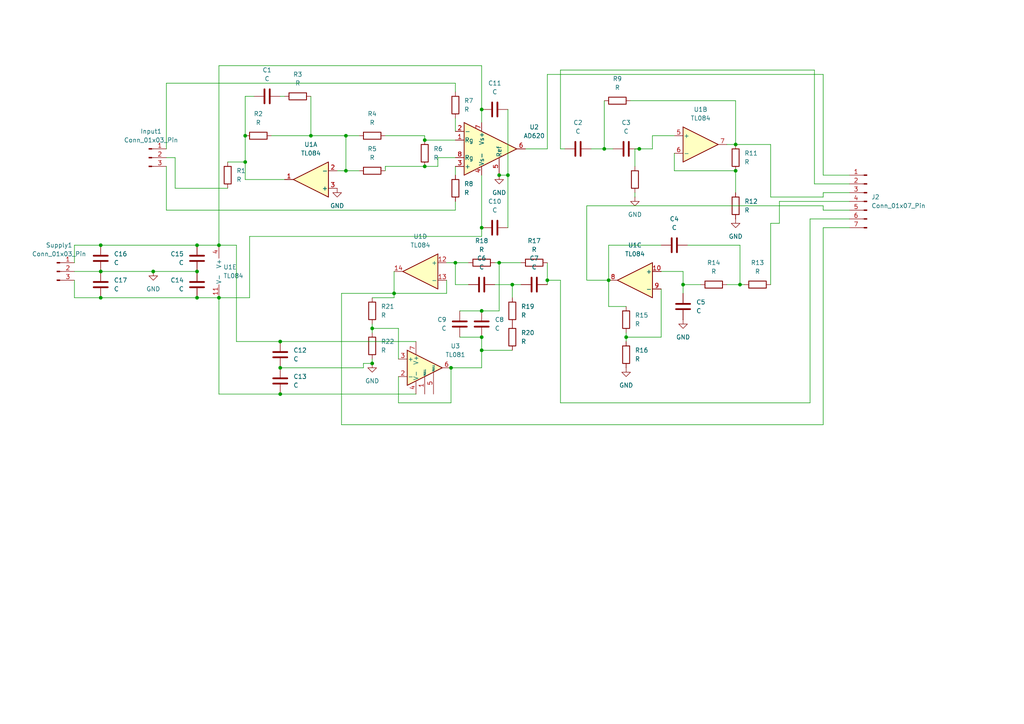
<source format=kicad_sch>
(kicad_sch (version 20250114) (generator "eeschema") (generator_version "9.0")
  (paper "A4")
  (lib_symbols
    (symbol "Amplifier_Instrumentation:AD620" (pin_names (offset 0.127))
      (property "Reference" "U" (at 3.81 7.62 0))
      (property "Value" "AD620" (at 5.08 5.08 0))
      (symbol "AD620_0_1"
        (polyline (pts (xy -7.62 7.62) (xy -7.62 -7.62) (xy 7.62 0) (xy -7.62 7.62)) (stroke (width 0.254)) (fill (type background)))
      )
      (symbol "AD620_1_1"
        (pin input line (at -10.16 5.08 0) (length 2.54) (name "-") (number "2"))
        (pin passive line (at -10.16 2.54 0) (length 2.54) (name "Rg") (number "1"))
        (pin passive line (at -10.16 -2.54 0) (length 2.54) (name "Rg") (number "8"))
        (pin input line (at -10.16 -5.08 0) (length 2.54) (name "+") (number "3"))
        (pin power_in line (at -2.54 7.62 270) (length 2.54) (name "Vs+") (number "7"))
        (pin power_in line (at -2.54 -7.62 90) (length 2.54) (name "Vs-") (number "4"))
        (pin passive line (at 2.54 -7.62 90) (length 5.08) (name "Ref") (number "5"))
        (pin output line (at 10.16 0 180) (length 2.54) (name "~") (number "6"))
      )
    )
    (symbol "Amplifier_Operational:TL081" (pin_names (offset 0.127))
      (property "Reference" "U" (at 0 6.35 0))
      (property "Value" "TL081" (at 0 3.81 0))
      (symbol "TL081_0_1"
        (polyline (pts (xy -5.08 5.08) (xy 5.08 0) (xy -5.08 -5.08) (xy -5.08 5.08)) (stroke (width 0.254)) (fill (type background)))
      )
      (symbol "TL081_1_1"
        (pin input line (at -7.62 2.54 0) (length 2.54) (name "+") (number "3"))
        (pin input line (at -7.62 -2.54 0) (length 2.54) (name "-") (number "2"))
        (pin power_in line (at -2.54 7.62 270) (length 3.81) (name "V+") (number "7"))
        (pin power_in line (at -2.54 -7.62 90) (length 3.81) (name "V-") (number "4"))
        (pin no_connect line (at 0 2.54 270) (length 2.54) (hide yes) (name "NC") (number "8"))
        (pin input line (at 0 -7.62 90) (length 5.08) (name "NULL") (number "1"))
        (pin input line (at 2.54 -7.62 90) (length 6.35) (name "NULL") (number "5"))
        (pin output line (at 7.62 0 180) (length 2.54) (name "~") (number "6"))
      )
    )
    (symbol "Amplifier_Operational:TL084" (pin_names (offset 0.127))
      (property "Reference" "U" (at 0 5.08 0))
      (property "Value" "TL084" (at 0 -5.08 0))
      (symbol "TL084_1_1"
        (polyline (pts (xy -5.08 5.08) (xy 5.08 0) (xy -5.08 -5.08) (xy -5.08 5.08)) (stroke (width 0.254)) (fill (type background)))
        (pin input line (at -7.62 2.54 0) (length 2.54) (name "+") (number "3"))
        (pin input line (at -7.62 -2.54 0) (length 2.54) (name "-") (number "2"))
        (pin output line (at 7.62 0 180) (length 2.54) (name "~") (number "1"))
      )
      (symbol "TL084_2_1"
        (polyline (pts (xy -5.08 5.08) (xy 5.08 0) (xy -5.08 -5.08) (xy -5.08 5.08)) (stroke (width 0.254)) (fill (type background)))
        (pin input line (at -7.62 2.54 0) (length 2.54) (name "+") (number "5"))
        (pin input line (at -7.62 -2.54 0) (length 2.54) (name "-") (number "6"))
        (pin output line (at 7.62 0 180) (length 2.54) (name "~") (number "7"))
      )
      (symbol "TL084_3_1"
        (polyline (pts (xy -5.08 5.08) (xy 5.08 0) (xy -5.08 -5.08) (xy -5.08 5.08)) (stroke (width 0.254)) (fill (type background)))
        (pin input line (at -7.62 2.54 0) (length 2.54) (name "+") (number "10"))
        (pin input line (at -7.62 -2.54 0) (length 2.54) (name "-") (number "9"))
        (pin output line (at 7.62 0 180) (length 2.54) (name "~") (number "8"))
      )
      (symbol "TL084_4_1"
        (polyline (pts (xy -5.08 5.08) (xy 5.08 0) (xy -5.08 -5.08) (xy -5.08 5.08)) (stroke (width 0.254)) (fill (type background)))
        (pin input line (at -7.62 2.54 0) (length 2.54) (name "+") (number "12"))
        (pin input line (at -7.62 -2.54 0) (length 2.54) (name "-") (number "13"))
        (pin output line (at 7.62 0 180) (length 2.54) (name "~") (number "14"))
      )
      (symbol "TL084_5_1"
        (pin power_in line (at -2.54 7.62 270) (length 3.81) (name "V+") (number "4"))
        (pin power_in line (at -2.54 -7.62 90) (length 3.81) (name "V-") (number "11"))
      )
    )
    (symbol "Connector:Conn_01x03_Pin" (pin_names (offset 1.016) (hide yes))
      (property "Reference" "J" (at 0 5.08 0))
      (property "Value" "Conn_01x03_Pin" (at 0 -5.08 0))
      (symbol "Conn_01x03_Pin_1_1"
        (rectangle (start 0.8636 2.667) (end 0 2.413) (stroke (width 0.1524)) (fill (type outline)))
        (rectangle (start 0.8636 0.127) (end 0 -0.127) (stroke (width 0.1524)) (fill (type outline)))
        (rectangle (start 0.8636 -2.413) (end 0 -2.667) (stroke (width 0.1524)) (fill (type outline)))
        (polyline (pts (xy 1.27 2.54) (xy 0.8636 2.54)) (stroke (width 0.1524)))
        (polyline (pts (xy 1.27 0) (xy 0.8636 0)) (stroke (width 0.1524)))
        (polyline (pts (xy 1.27 -2.54) (xy 0.8636 -2.54)) (stroke (width 0.1524)))
        (pin passive line (at 5.08 2.54 180) (length 3.81) (name "Pin_1") (number "1"))
        (pin passive line (at 5.08 0 180) (length 3.81) (name "Pin_2") (number "2"))
        (pin passive line (at 5.08 -2.54 180) (length 3.81) (name "Pin_3") (number "3"))
      )
    )
    (symbol "Connector:Conn_01x07_Pin" (pin_names (offset 1.016) (hide yes))
      (property "Reference" "J" (at 0 10.16 0))
      (property "Value" "Conn_01x07_Pin" (at 0 -10.16 0))
      (symbol "Conn_01x07_Pin_1_1"
        (rectangle (start 0.8636 7.747) (end 0 7.493) (stroke (width 0.1524)) (fill (type outline)))
        (rectangle (start 0.8636 5.207) (end 0 4.953) (stroke (width 0.1524)) (fill (type outline)))
        (rectangle (start 0.8636 2.667) (end 0 2.413) (stroke (width 0.1524)) (fill (type outline)))
        (rectangle (start 0.8636 0.127) (end 0 -0.127) (stroke (width 0.1524)) (fill (type outline)))
        (rectangle (start 0.8636 -2.413) (end 0 -2.667) (stroke (width 0.1524)) (fill (type outline)))
        (rectangle (start 0.8636 -4.953) (end 0 -5.207) (stroke (width 0.1524)) (fill (type outline)))
        (rectangle (start 0.8636 -7.493) (end 0 -7.747) (stroke (width 0.1524)) (fill (type outline)))
        (polyline (pts (xy 1.27 7.62) (xy 0.8636 7.62)) (stroke (width 0.1524)))
        (polyline (pts (xy 1.27 5.08) (xy 0.8636 5.08)) (stroke (width 0.1524)))
        (polyline (pts (xy 1.27 2.54) (xy 0.8636 2.54)) (stroke (width 0.1524)))
        (polyline (pts (xy 1.27 0) (xy 0.8636 0)) (stroke (width 0.1524)))
        (polyline (pts (xy 1.27 -2.54) (xy 0.8636 -2.54)) (stroke (width 0.1524)))
        (polyline (pts (xy 1.27 -5.08) (xy 0.8636 -5.08)) (stroke (width 0.1524)))
        (polyline (pts (xy 1.27 -7.62) (xy 0.8636 -7.62)) (stroke (width 0.1524)))
        (pin passive line (at 5.08 7.62 180) (length 3.81) (name "Pin_1") (number "1"))
        (pin passive line (at 5.08 5.08 180) (length 3.81) (name "Pin_2") (number "2"))
        (pin passive line (at 5.08 2.54 180) (length 3.81) (name "Pin_3") (number "3"))
        (pin passive line (at 5.08 0 180) (length 3.81) (name "Pin_4") (number "4"))
        (pin passive line (at 5.08 -2.54 180) (length 3.81) (name "Pin_5") (number "5"))
        (pin passive line (at 5.08 -5.08 180) (length 3.81) (name "Pin_6") (number "6"))
        (pin passive line (at 5.08 -7.62 180) (length 3.81) (name "Pin_7") (number "7"))
      )
    )
    (symbol "Device:C" (pin_numbers (hide yes)) (pin_names (offset 0.254))
      (property "Reference" "C" (at 0.635 2.54 0))
      (property "Value" "C" (at 0.635 -2.54 0))
      (symbol "C_0_1"
        (polyline (pts (xy -2.032 0.762) (xy 2.032 0.762)) (stroke (width 0.508)))
        (polyline (pts (xy -2.032 -0.762) (xy 2.032 -0.762)) (stroke (width 0.508)))
      )
      (symbol "C_1_1"
        (pin passive line (at 0 3.81 270) (length 2.794) (name "~") (number "1"))
        (pin passive line (at 0 -3.81 90) (length 2.794) (name "~") (number "2"))
      )
    )
    (symbol "Device:R" (pin_numbers (hide yes)) (pin_names (offset 0))
      (property "Reference" "R" (at 2.032 0 90))
      (property "Value" "R" (at 0 0 90))
      (symbol "R_0_1"
        (rectangle (start -1.016 -2.54) (end 1.016 2.54) (stroke (width 0.254)))
      )
      (symbol "R_1_1"
        (pin passive line (at 0 3.81 270) (length 1.27) (name "~") (number "1"))
        (pin passive line (at 0 -3.81 90) (length 1.27) (name "~") (number "2"))
      )
    )
    (symbol "power:GND" (power) (pin_numbers (hide yes)) (pin_names (offset 0) (hide yes))
      (property "Value" "GND" (at 0 -3.81 0))
      (symbol "GND_0_1"
        (polyline (pts (xy 0 0) (xy 0 -1.27) (xy 1.27 -1.27) (xy 0 -2.54) (xy -1.27 -1.27) (xy 0 -1.27)))
      )
      (symbol "GND_1_1"
        (pin power_in line (at 0 0 270) (length 0) (name "~") (number "1"))
      )
    )
  )
  (junction (at 144.78 76.2))
  (junction (at 213.36 49.53))
  (junction (at 44.45 78.74))
  (junction (at 123.19 48.26))
  (junction (at 81.28 114.3))
  (junction (at 100.33 39.37))
  (junction (at 29.21 78.74))
  (junction (at 176.53 81.28))
  (junction (at 130.81 106.68))
  (junction (at 175.26 43.18))
  (junction (at 148.59 82.55))
  (junction (at 71.12 39.37))
  (junction (at 63.5 71.12))
  (junction (at 71.12 46.99))
  (junction (at 181.61 97.79))
  (junction (at 29.21 86.36))
  (junction (at 147.32 50.8))
  (junction (at 132.08 76.2))
  (junction (at 139.7 90.17))
  (junction (at 139.7 66.04))
  (junction (at 57.15 78.74))
  (junction (at 139.7 97.79))
  (junction (at 139.7 31.75))
  (junction (at 114.3 85.09))
  (junction (at 81.28 106.68))
  (junction (at 144.78 50.8))
  (junction (at 107.95 105.41))
  (junction (at 158.75 81.28))
  (junction (at 81.28 99.06))
  (junction (at 185.42 43.18))
  (junction (at 107.95 95.25))
  (junction (at 57.15 71.12))
  (junction (at 63.5 86.36))
  (junction (at 29.21 71.12))
  (junction (at 139.7 101.6))
  (junction (at 214.63 82.55))
  (junction (at 100.33 49.53))
  (junction (at 90.17 39.37))
  (junction (at 198.12 82.55))
  (junction (at 123.19 40.64))
  (junction (at 57.15 86.36))
  (junction (at 213.36 41.91))
  (wire (pts (xy 191.77 78.74) (xy 198.12 78.74)))
  (wire (pts (xy 223.52 57.15) (xy 238.76 57.15)))
  (wire (pts (xy 81.28 99.06) (xy 68.58 99.06)))
  (wire (pts (xy 139.7 68.58) (xy 72.39 68.58)))
  (wire (pts (xy 158.75 81.28) (xy 162.56 81.28)))
  (wire (pts (xy 100.33 39.37) (xy 90.17 39.37)))
  (wire (pts (xy 147.32 50.8) (xy 147.32 66.04)))
  (wire (pts (xy 132.08 34.29) (xy 132.08 38.1)))
  (wire (pts (xy 29.21 78.74) (xy 44.45 78.74)))
  (wire (pts (xy 139.7 97.79) (xy 139.7 101.6)))
  (wire (pts (xy 78.74 39.37) (xy 90.17 39.37)))
  (wire (pts (xy 107.95 104.14) (xy 107.95 105.41)))
  (wire (pts (xy 234.95 116.84) (xy 234.95 63.5)))
  (wire (pts (xy 223.52 41.91) (xy 223.52 57.15)))
  (wire (pts (xy 223.52 64.77) (xy 223.52 82.55)))
  (wire (pts (xy 213.36 49.53) (xy 213.36 55.88)))
  (wire (pts (xy 50.8 54.61) (xy 50.8 45.72)))
  (wire (pts (xy 63.5 114.3) (xy 63.5 86.36)))
  (wire (pts (xy 105.41 106.68) (xy 105.41 105.41)))
  (wire (pts (xy 107.95 95.25) (xy 107.95 96.52)))
  (wire (pts (xy 185.42 43.18) (xy 189.23 43.18)))
  (wire (pts (xy 189.23 39.37) (xy 189.23 43.18)))
  (wire (pts (xy 214.63 82.55) (xy 214.63 71.12)))
  (wire (pts (xy 144.78 76.2) (xy 144.78 90.17)))
  (wire (pts (xy 68.58 99.06) (xy 68.58 71.12)))
  (wire (pts (xy 132.08 45.72) (xy 127 45.72)))
  (wire (pts (xy 111.76 39.37) (xy 123.19 39.37)))
  (wire (pts (xy 198.12 82.55) (xy 198.12 78.74)))
  (wire (pts (xy 72.39 86.36) (xy 63.5 86.36)))
  (wire (pts (xy 63.5 19.05) (xy 63.5 71.12)))
  (wire (pts (xy 143.51 76.2) (xy 144.78 76.2)))
  (wire (pts (xy 139.7 106.68) (xy 130.81 106.68)))
  (wire (pts (xy 175.26 43.18) (xy 177.8 43.18)))
  (wire (pts (xy 82.55 52.07) (xy 71.12 52.07)))
  (wire (pts (xy 143.51 82.55) (xy 148.59 82.55)))
  (wire (pts (xy 181.61 97.79) (xy 181.61 99.06)))
  (wire (pts (xy 81.28 106.68) (xy 105.41 106.68)))
  (wire (pts (xy 21.59 71.12) (xy 29.21 71.12)))
  (wire (pts (xy 111.76 48.26) (xy 111.76 49.53)))
  (wire (pts (xy 213.36 29.21) (xy 213.36 41.91)))
  (wire (pts (xy 144.78 90.17) (xy 139.7 90.17)))
  (wire (pts (xy 120.65 99.06) (xy 81.28 99.06)))
  (wire (pts (xy 100.33 39.37) (xy 100.33 49.53)))
  (wire (pts (xy 57.15 86.36) (xy 63.5 86.36)))
  (wire (pts (xy 81.28 114.3) (xy 63.5 114.3)))
  (wire (pts (xy 162.56 116.84) (xy 234.95 116.84)))
  (wire (pts (xy 107.95 95.25) (xy 115.57 95.25)))
  (wire (pts (xy 213.36 41.91) (xy 223.52 41.91)))
  (wire (pts (xy 120.65 114.3) (xy 81.28 114.3)))
  (wire (pts (xy 127 48.26) (xy 123.19 48.26)))
  (wire (pts (xy 238.76 123.19) (xy 99.06 123.19)))
  (wire (pts (xy 100.33 49.53) (xy 104.14 49.53)))
  (wire (pts (xy 198.12 82.55) (xy 198.12 85.09)))
  (wire (pts (xy 129.54 85.09) (xy 114.3 85.09)))
  (wire (pts (xy 184.15 48.26) (xy 184.15 43.18)))
  (wire (pts (xy 191.77 97.79) (xy 191.77 83.82)))
  (wire (pts (xy 99.06 85.09) (xy 114.3 85.09)))
  (wire (pts (xy 184.15 55.88) (xy 184.15 57.15)))
  (wire (pts (xy 57.15 71.12) (xy 63.5 71.12)))
  (wire (pts (xy 158.75 81.28) (xy 158.75 76.2)))
  (wire (pts (xy 139.7 31.75) (xy 139.7 19.05)))
  (wire (pts (xy 48.26 24.13) (xy 132.08 24.13)))
  (wire (pts (xy 182.88 29.21) (xy 213.36 29.21)))
  (wire (pts (xy 48.26 48.26) (xy 48.26 60.96)))
  (wire (pts (xy 181.61 96.52) (xy 181.61 97.79)))
  (wire (pts (xy 171.45 43.18) (xy 175.26 43.18)))
  (wire (pts (xy 66.04 54.61) (xy 50.8 54.61)))
  (wire (pts (xy 162.56 43.18) (xy 163.83 43.18)))
  (wire (pts (xy 148.59 82.55) (xy 148.59 86.36)))
  (wire (pts (xy 123.19 48.26) (xy 111.76 48.26)))
  (wire (pts (xy 123.19 40.64) (xy 132.08 40.64)))
  (wire (pts (xy 107.95 86.36) (xy 114.3 86.36)))
  (wire (pts (xy 203.2 82.55) (xy 198.12 82.55)))
  (wire (pts (xy 246.38 66.04) (xy 238.76 66.04)))
  (wire (pts (xy 21.59 78.74) (xy 29.21 78.74)))
  (wire (pts (xy 195.58 49.53) (xy 213.36 49.53)))
  (wire (pts (xy 57.15 78.74) (xy 44.45 78.74)))
  (wire (pts (xy 184.15 43.18) (xy 185.42 43.18)))
  (wire (pts (xy 191.77 71.12) (xy 176.53 71.12)))
  (wire (pts (xy 226.06 58.42) (xy 226.06 64.77)))
  (wire (pts (xy 176.53 81.28) (xy 170.18 81.28)))
  (wire (pts (xy 133.35 97.79) (xy 139.7 97.79)))
  (wire (pts (xy 210.82 82.55) (xy 214.63 82.55)))
  (wire (pts (xy 139.7 35.56) (xy 139.7 31.75)))
  (wire (pts (xy 71.12 39.37) (xy 71.12 46.99)))
  (wire (pts (xy 21.59 81.28) (xy 21.59 86.36)))
  (wire (pts (xy 238.76 60.96) (xy 238.76 59.69)))
  (wire (pts (xy 210.82 41.91) (xy 213.36 41.91)))
  (wire (pts (xy 132.08 82.55) (xy 132.08 76.2)))
  (wire (pts (xy 195.58 39.37) (xy 189.23 39.37)))
  (wire (pts (xy 97.79 49.53) (xy 100.33 49.53)))
  (wire (pts (xy 214.63 71.12) (xy 199.39 71.12)))
  (wire (pts (xy 72.39 68.58) (xy 72.39 86.36)))
  (wire (pts (xy 236.22 53.34) (xy 246.38 53.34)))
  (wire (pts (xy 223.52 64.77) (xy 226.06 64.77)))
  (wire (pts (xy 152.4 43.18) (xy 158.75 43.18)))
  (wire (pts (xy 238.76 59.69) (xy 170.18 59.69)))
  (wire (pts (xy 238.76 50.8) (xy 246.38 50.8)))
  (wire (pts (xy 139.7 101.6) (xy 139.7 106.68)))
  (wire (pts (xy 114.3 86.36) (xy 114.3 85.09)))
  (wire (pts (xy 114.3 85.09) (xy 114.3 78.74)))
  (wire (pts (xy 132.08 48.26) (xy 132.08 50.8)))
  (wire (pts (xy 234.95 63.5) (xy 246.38 63.5)))
  (wire (pts (xy 132.08 76.2) (xy 135.89 76.2)))
  (wire (pts (xy 115.57 95.25) (xy 115.57 104.14)))
  (wire (pts (xy 147.32 50.8) (xy 144.78 50.8)))
  (wire (pts (xy 21.59 76.2) (xy 21.59 71.12)))
  (wire (pts (xy 71.12 27.94) (xy 71.12 39.37)))
  (wire (pts (xy 139.7 19.05) (xy 63.5 19.05)))
  (wire (pts (xy 238.76 66.04) (xy 238.76 123.19)))
  (wire (pts (xy 148.59 82.55) (xy 151.13 82.55)))
  (wire (pts (xy 139.7 101.6) (xy 148.59 101.6)))
  (wire (pts (xy 181.61 88.9) (xy 176.53 88.9)))
  (wire (pts (xy 246.38 58.42) (xy 226.06 58.42)))
  (wire (pts (xy 127 45.72) (xy 127 48.26)))
  (wire (pts (xy 162.56 81.28) (xy 162.56 116.84)))
  (wire (pts (xy 144.78 76.2) (xy 151.13 76.2)))
  (wire (pts (xy 162.56 20.32) (xy 236.22 20.32)))
  (wire (pts (xy 132.08 58.42) (xy 132.08 60.96)))
  (wire (pts (xy 71.12 52.07) (xy 71.12 46.99)))
  (wire (pts (xy 195.58 44.45) (xy 195.58 49.53)))
  (wire (pts (xy 214.63 82.55) (xy 215.9 82.55)))
  (wire (pts (xy 48.26 45.72) (xy 50.8 45.72)))
  (wire (pts (xy 29.21 86.36) (xy 57.15 86.36)))
  (wire (pts (xy 238.76 55.88) (xy 238.76 57.15)))
  (wire (pts (xy 129.54 76.2) (xy 132.08 76.2)))
  (wire (pts (xy 139.7 90.17) (xy 133.35 90.17)))
  (wire (pts (xy 68.58 71.12) (xy 63.5 71.12)))
  (wire (pts (xy 139.7 50.8) (xy 139.7 66.04)))
  (wire (pts (xy 123.19 39.37) (xy 123.19 40.64)))
  (wire (pts (xy 21.59 86.36) (xy 29.21 86.36)))
  (wire (pts (xy 147.32 31.75) (xy 147.32 50.8)))
  (wire (pts (xy 238.76 21.59) (xy 238.76 50.8)))
  (wire (pts (xy 139.7 66.04) (xy 139.7 68.58)))
  (wire (pts (xy 158.75 21.59) (xy 238.76 21.59)))
  (wire (pts (xy 236.22 20.32) (xy 236.22 53.34)))
  (wire (pts (xy 176.53 81.28) (xy 176.53 88.9)))
  (wire (pts (xy 175.26 29.21) (xy 175.26 43.18)))
  (wire (pts (xy 73.66 27.94) (xy 71.12 27.94)))
  (wire (pts (xy 158.75 43.18) (xy 158.75 21.59)))
  (wire (pts (xy 246.38 60.96) (xy 238.76 60.96)))
  (wire (pts (xy 162.56 43.18) (xy 162.56 20.32)))
  (wire (pts (xy 132.08 24.13) (xy 132.08 26.67)))
  (wire (pts (xy 135.89 82.55) (xy 132.08 82.55)))
  (wire (pts (xy 71.12 46.99) (xy 66.04 46.99)))
  (wire (pts (xy 99.06 123.19) (xy 99.06 85.09)))
  (wire (pts (xy 115.57 116.84) (xy 130.81 116.84)))
  (wire (pts (xy 105.41 105.41) (xy 107.95 105.41)))
  (wire (pts (xy 48.26 24.13) (xy 48.26 43.18)))
  (wire (pts (xy 107.95 93.98) (xy 107.95 95.25)))
  (wire (pts (xy 29.21 71.12) (xy 57.15 71.12)))
  (wire (pts (xy 181.61 97.79) (xy 191.77 97.79)))
  (wire (pts (xy 104.14 39.37) (xy 100.33 39.37)))
  (wire (pts (xy 115.57 109.22) (xy 115.57 116.84)))
  (wire (pts (xy 176.53 71.12) (xy 176.53 81.28)))
  (wire (pts (xy 170.18 59.69) (xy 170.18 81.28)))
  (wire (pts (xy 90.17 39.37) (xy 90.17 27.94)))
  (wire (pts (xy 48.26 60.96) (xy 132.08 60.96)))
  (wire (pts (xy 81.28 27.94) (xy 82.55 27.94)))
  (wire (pts (xy 246.38 55.88) (xy 238.76 55.88)))
  (wire (pts (xy 129.54 81.28) (xy 129.54 85.09)))
  (wire (pts (xy 158.75 81.28) (xy 158.75 82.55)))
  (wire (pts (xy 130.81 116.84) (xy 130.81 106.68)))
  (symbol (lib_id "Device:R") (at 181.61 92.71 0) (unit 1)
    (property "Reference" "R15" (at 184.15 91.4399 0) (effects (justify left)))
    (property "Value" "R" (at 184.15 93.9799 0) (effects (justify left)))
    (property "Footprint" "Resistor_THT:R_Axial_DIN0204_L3.6mm_D1.6mm_P7.62mm_Horizontal" (effects (hide yes)))
    (property "Description" "Resistor" (effects (hide yes)))
  )
  (symbol (lib_id "Device:R") (at 107.95 39.37 90) (unit 1)
    (property "Reference" "R4" (at 107.95 33.02 90))
    (property "Value" "R" (at 107.95 35.56 90))
    (property "Footprint" "Resistor_THT:R_Axial_DIN0204_L3.6mm_D1.6mm_P7.62mm_Horizontal" (effects (hide yes)))
    (property "Description" "Resistor" (effects (hide yes)))
  )
  (symbol (lib_id "Device:R") (at 107.95 49.53 270) (unit 1)
    (property "Reference" "R5" (at 107.95 43.18 90))
    (property "Value" "R" (at 107.95 45.72 90))
    (property "Footprint" "Resistor_THT:R_Axial_DIN0204_L3.6mm_D1.6mm_P7.62mm_Horizontal" (effects (hide yes)))
    (property "Description" "Resistor" (effects (hide yes)))
  )
  (symbol (lib_id "Device:R") (at 148.59 97.79 0) (unit 1)
    (property "Reference" "R20" (at 151.13 96.5199 0) (effects (justify left)))
    (property "Value" "R" (at 151.13 99.0599 0) (effects (justify left)))
    (property "Footprint" "Resistor_THT:R_Axial_DIN0204_L3.6mm_D1.6mm_P7.62mm_Horizontal" (effects (hide yes)))
    (property "Description" "Resistor" (effects (hide yes)))
  )
  (symbol (lib_id "Device:C") (at 81.28 110.49 0) (unit 1)
    (property "Reference" "C13" (at 85.09 109.2199 0) (effects (justify left)))
    (property "Value" "C" (at 85.09 111.7599 0) (effects (justify left)))
    (property "Footprint" "Capacitor_THT:C_Rect_L4.6mm_W2.0mm_P2.50mm_MKS02_FKP02" (effects (hide yes)))
    (property "Description" "Unpolarized capacitor" (effects (hide yes)))
  )
  (symbol (lib_id "Device:R") (at 213.36 59.69 0) (unit 1)
    (property "Reference" "R12" (at 215.9 58.4199 0) (effects (justify left)))
    (property "Value" "R" (at 215.9 60.9599 0) (effects (justify left)))
    (property "Footprint" "Resistor_THT:R_Axial_DIN0204_L3.6mm_D1.6mm_P7.62mm_Horizontal" (effects (hide yes)))
    (property "Description" "Resistor" (effects (hide yes)))
  )
  (symbol (lib_id "Device:R") (at 74.93 39.37 90) (unit 1)
    (property "Reference" "R2" (at 74.93 33.02 90))
    (property "Value" "R" (at 74.93 35.56 90))
    (property "Footprint" "Resistor_THT:R_Axial_DIN0204_L3.6mm_D1.6mm_P7.62mm_Horizontal" (effects (hide yes)))
    (property "Description" "Resistor" (effects (hide yes)))
  )
  (symbol (lib_id "power:GND") (at 144.78 50.8 0) (unit 1)
    (property "Reference" "#PWR04" (effects (hide yes)))
    (property "Value" "GND" (at 144.78 55.88 0))
    (property "Description" "Power symbol creates a global label with name \"GND\" , ground" (effects (hide yes)))
  )
  (symbol (lib_id "power:GND") (at 184.15 57.15 0) (unit 1)
    (property "Reference" "#PWR01" (effects (hide yes)))
    (property "Value" "GND" (at 184.15 62.23 0))
    (property "Description" "Power symbol creates a global label with name \"GND\" , ground" (effects (hide yes)))
  )
  (symbol (lib_id "Device:C") (at 57.15 74.93 0) (mirror y) (unit 1)
    (property "Reference" "C15" (at 53.34 73.6599 0) (effects (justify left)))
    (property "Value" "C" (at 53.34 76.1999 0) (effects (justify left)))
    (property "Footprint" "Capacitor_THT:C_Rect_L4.6mm_W2.0mm_P2.50mm_MKS02_FKP02" (effects (hide yes)))
    (property "Description" "Unpolarized capacitor" (effects (hide yes)))
  )
  (symbol (lib_id "Device:C") (at 195.58 71.12 90) (unit 1)
    (property "Reference" "C4" (at 195.58 63.5 90))
    (property "Value" "C" (at 195.58 66.04 90))
    (property "Footprint" "Capacitor_THT:C_Rect_L4.6mm_W2.0mm_P2.50mm_MKS02_FKP02" (effects (hide yes)))
    (property "Description" "Unpolarized capacitor" (effects (hide yes)))
  )
  (symbol (lib_id "Device:R") (at 86.36 27.94 90) (unit 1)
    (property "Reference" "R3" (at 86.36 21.59 90))
    (property "Value" "R" (at 86.36 24.13 90))
    (property "Footprint" "Resistor_THT:R_Axial_DIN0204_L3.6mm_D1.6mm_P7.62mm_Horizontal" (effects (hide yes)))
    (property "Description" "Resistor" (effects (hide yes)))
  )
  (symbol (lib_id "Device:C") (at 77.47 27.94 90) (unit 1)
    (property "Reference" "C1" (at 77.47 20.32 90))
    (property "Value" "C" (at 77.47 22.86 90))
    (property "Footprint" "Capacitor_THT:C_Rect_L4.6mm_W2.0mm_P2.50mm_MKS02_FKP02" (effects (hide yes)))
    (property "Description" "Unpolarized capacitor" (effects (hide yes)))
  )
  (symbol (lib_id "Device:R") (at 219.71 82.55 90) (unit 1)
    (property "Reference" "R13" (at 219.71 76.2 90))
    (property "Value" "R" (at 219.71 78.74 90))
    (property "Footprint" "Resistor_THT:R_Axial_DIN0204_L3.6mm_D1.6mm_P7.62mm_Horizontal" (effects (hide yes)))
    (property "Description" "Resistor" (effects (hide yes)))
  )
  (symbol (lib_id "Device:C") (at 198.12 88.9 0) (unit 1)
    (property "Reference" "C5" (at 201.93 87.6299 0) (effects (justify left)))
    (property "Value" "C" (at 201.93 90.1699 0) (effects (justify left)))
    (property "Footprint" "Capacitor_THT:C_Rect_L4.6mm_W2.0mm_P2.50mm_MKS02_FKP02" (effects (hide yes)))
    (property "Description" "Unpolarized capacitor" (effects (hide yes)))
  )
  (symbol (lib_id "Amplifier_Operational:TL081") (at 123.19 106.68 0) (unit 1)
    (property "Reference" "U3" (at 132.08 100.3614 0))
    (property "Value" "TL081" (at 132.08 102.9014 0))
    (property "Footprint" "Package_DIP:DIP-8_W7.62mm_LongPads" (effects (hide yes)))
    (property "Datasheet" "http://www.ti.com/lit/ds/symlink/tl081.pdf" (effects (hide yes)))
    (property "Description" "Single JFET-Input Operational Amplifiers, DIP-8/SOIC-8" (effects (hide yes)))
  )
  (symbol (lib_id "Connector:Conn_01x03_Pin") (at 43.18 45.72 0) (unit 1)
    (property "Reference" "Input1" (at 43.815 38.1 0))
    (property "Value" "Conn_01x03_Pin" (at 43.815 40.64 0))
    (property "Footprint" "Connector_PinHeader_2.00mm:PinHeader_1x03_P2.00mm_Vertical" (effects (hide yes)))
    (property "Description" "Generic connector, single row, 01x03, script generated" (effects (hide yes)))
  )
  (symbol (lib_id "Device:R") (at 132.08 54.61 180) (unit 1)
    (property "Reference" "R8" (at 134.62 53.3399 0) (effects (justify right)))
    (property "Value" "R" (at 134.62 55.8799 0) (effects (justify right)))
    (property "Footprint" "Resistor_THT:R_Axial_DIN0204_L3.6mm_D1.6mm_P7.62mm_Horizontal" (effects (hide yes)))
    (property "Description" "Resistor" (effects (hide yes)))
  )
  (symbol (lib_id "power:GND") (at 198.12 92.71 0) (unit 1)
    (property "Reference" "#PWR03" (effects (hide yes)))
    (property "Value" "GND" (at 198.12 97.79 0))
    (property "Description" "Power symbol creates a global label with name \"GND\" , ground" (effects (hide yes)))
  )
  (symbol (lib_id "Device:C") (at 29.21 82.55 0) (unit 1)
    (property "Reference" "C17" (at 33.02 81.2799 0) (effects (justify left)))
    (property "Value" "C" (at 33.02 83.8199 0) (effects (justify left)))
    (property "Footprint" "Capacitor_THT:C_Rect_L4.6mm_W2.0mm_P2.50mm_MKS02_FKP02" (effects (hide yes)))
    (property "Description" "Unpolarized capacitor" (effects (hide yes)))
  )
  (symbol (lib_id "Device:C") (at 57.15 82.55 0) (mirror y) (unit 1)
    (property "Reference" "C14" (at 53.34 81.2799 0) (effects (justify left)))
    (property "Value" "C" (at 53.34 83.8199 0) (effects (justify left)))
    (property "Footprint" "Capacitor_THT:C_Rect_L4.6mm_W2.0mm_P2.50mm_MKS02_FKP02" (effects (hide yes)))
    (property "Description" "Unpolarized capacitor" (effects (hide yes)))
  )
  (symbol (lib_id "Device:C") (at 181.61 43.18 90) (unit 1)
    (property "Reference" "C3" (at 181.61 35.56 90))
    (property "Value" "C" (at 181.61 38.1 90))
    (property "Footprint" "Capacitor_THT:C_Rect_L4.6mm_W2.0mm_P2.50mm_MKS02_FKP02" (effects (hide yes)))
    (property "Description" "Unpolarized capacitor" (effects (hide yes)))
  )
  (symbol (lib_id "Device:C") (at 29.21 74.93 0) (unit 1)
    (property "Reference" "C16" (at 33.02 73.6599 0) (effects (justify left)))
    (property "Value" "C" (at 33.02 76.1999 0) (effects (justify left)))
    (property "Footprint" "Capacitor_THT:C_Rect_L4.6mm_W2.0mm_P2.50mm_MKS02_FKP02" (effects (hide yes)))
    (property "Description" "Unpolarized capacitor" (effects (hide yes)))
  )
  (symbol (lib_id "Device:C") (at 143.51 31.75 90) (unit 1)
    (property "Reference" "C11" (at 143.51 24.13 90))
    (property "Value" "C" (at 143.51 26.67 90))
    (property "Footprint" "Capacitor_THT:C_Rect_L4.6mm_W2.0mm_P2.50mm_MKS02_FKP02" (effects (hide yes)))
    (property "Description" "Unpolarized capacitor" (effects (hide yes)))
  )
  (symbol (lib_id "Device:R") (at 107.95 90.17 0) (unit 1)
    (property "Reference" "R21" (at 110.49 88.8999 0) (effects (justify left)))
    (property "Value" "R" (at 110.49 91.4399 0) (effects (justify left)))
    (property "Footprint" "Resistor_THT:R_Axial_DIN0204_L3.6mm_D1.6mm_P7.62mm_Horizontal" (effects (hide yes)))
    (property "Description" "Resistor" (effects (hide yes)))
  )
  (symbol (lib_id "power:GND") (at 181.61 106.68 0) (unit 1)
    (property "Reference" "#PWR06" (effects (hide yes)))
    (property "Value" "GND" (at 181.61 111.76 0))
    (property "Description" "Power symbol creates a global label with name \"GND\" , ground" (effects (hide yes)))
  )
  (symbol (lib_id "Connector:Conn_01x03_Pin") (at 16.51 78.74 0) (unit 1)
    (property "Reference" "Supply1" (at 17.145 71.12 0))
    (property "Value" "Conn_01x03_Pin" (at 17.145 73.66 0))
    (property "Footprint" "Connector_PinHeader_2.00mm:PinHeader_1x03_P2.00mm_Vertical" (effects (hide yes)))
    (property "Description" "Generic connector, single row, 01x03, script generated" (effects (hide yes)))
  )
  (symbol (lib_id "power:GND") (at 107.95 105.41 0) (unit 1)
    (property "Reference" "#PWR07" (effects (hide yes)))
    (property "Value" "GND" (at 107.95 110.49 0))
    (property "Description" "Power symbol creates a global label with name \"GND\" , ground" (effects (hide yes)))
  )
  (symbol (lib_id "Amplifier_Operational:TL084") (at 60.96 78.74 0) (mirror y) (unit 5)
    (property "Reference" "U1" (at 64.77 77.4699 0) (effects (justify right)))
    (property "Value" "TL084" (at 64.77 80.0099 0) (effects (justify right)))
    (property "Footprint" "Package_DIP:CERDIP-14_W7.62mm_SideBrazed_LongPads" (effects (hide yes)))
    (property "Datasheet" "http://www.ti.com/lit/ds/symlink/tl081.pdf" (effects (hide yes)))
    (property "Description" "Quad JFET-Input Operational Amplifiers, DIP-14/SOIC-14/SSOP-14" (effects (hide yes)))
  )
  (symbol (lib_id "Device:R") (at 148.59 90.17 0) (unit 1)
    (property "Reference" "R19" (at 151.13 88.8999 0) (effects (justify left)))
    (property "Value" "R" (at 151.13 91.4399 0) (effects (justify left)))
    (property "Footprint" "Resistor_THT:R_Axial_DIN0204_L3.6mm_D1.6mm_P7.62mm_Horizontal" (effects (hide yes)))
    (property "Description" "Resistor" (effects (hide yes)))
  )
  (symbol (lib_id "power:GND") (at 44.45 78.74 0) (unit 1)
    (property "Reference" "#PWR08" (effects (hide yes)))
    (property "Value" "GND" (at 44.45 83.82 0))
    (property "Description" "Power symbol creates a global label with name \"GND\" , ground" (effects (hide yes)))
  )
  (symbol (lib_id "Device:R") (at 213.36 45.72 0) (unit 1)
    (property "Reference" "R11" (at 215.9 44.4499 0) (effects (justify left)))
    (property "Value" "R" (at 215.9 46.9899 0) (effects (justify left)))
    (property "Footprint" "Resistor_THT:R_Axial_DIN0204_L3.6mm_D1.6mm_P7.62mm_Horizontal" (effects (hide yes)))
    (property "Description" "Resistor" (effects (hide yes)))
  )
  (symbol (lib_id "power:GND") (at 213.36 63.5 0) (unit 1)
    (property "Reference" "#PWR02" (effects (hide yes)))
    (property "Value" "GND" (at 213.36 68.58 0))
    (property "Description" "Power symbol creates a global label with name \"GND\" , ground" (effects (hide yes)))
  )
  (symbol (lib_id "Device:C") (at 143.51 66.04 90) (unit 1)
    (property "Reference" "C10" (at 143.51 58.42 90))
    (property "Value" "C" (at 143.51 60.96 90))
    (property "Footprint" "Capacitor_THT:C_Rect_L4.6mm_W2.0mm_P2.50mm_MKS02_FKP02" (effects (hide yes)))
    (property "Description" "Unpolarized capacitor" (effects (hide yes)))
  )
  (symbol (lib_id "Amplifier_Operational:TL084") (at 203.2 41.91 0) (unit 2)
    (property "Reference" "U1" (at 203.2 31.75 0))
    (property "Value" "TL084" (at 203.2 34.29 0))
    (property "Footprint" "Package_DIP:CERDIP-14_W7.62mm_SideBrazed_LongPads" (effects (hide yes)))
    (property "Datasheet" "http://www.ti.com/lit/ds/symlink/tl081.pdf" (effects (hide yes)))
    (property "Description" "Quad JFET-Input Operational Amplifiers, DIP-14/SOIC-14/SSOP-14" (effects (hide yes)))
  )
  (symbol (lib_id "Device:R") (at 66.04 50.8 0) (unit 1)
    (property "Reference" "R1" (at 68.58 49.5299 0) (effects (justify left)))
    (property "Value" "R" (at 68.58 52.0699 0) (effects (justify left)))
    (property "Footprint" "Resistor_THT:R_Axial_DIN0204_L3.6mm_D1.6mm_P7.62mm_Horizontal" (effects (hide yes)))
    (property "Description" "Resistor" (effects (hide yes)))
  )
  (symbol (lib_id "Device:C") (at 133.35 93.98 0) (mirror y) (unit 1)
    (property "Reference" "C9" (at 129.54 92.7099 0) (effects (justify left)))
    (property "Value" "C" (at 129.54 95.2499 0) (effects (justify left)))
    (property "Footprint" "Capacitor_THT:C_Rect_L4.6mm_W2.0mm_P2.50mm_MKS02_FKP02" (effects (hide yes)))
    (property "Description" "Unpolarized capacitor" (effects (hide yes)))
  )
  (symbol (lib_id "Device:R") (at 139.7 76.2 90) (unit 1)
    (property "Reference" "R18" (at 139.7 69.85 90))
    (property "Value" "R" (at 139.7 72.39 90))
    (property "Footprint" "Resistor_THT:R_Axial_DIN0204_L3.6mm_D1.6mm_P7.62mm_Horizontal" (effects (hide yes)))
    (property "Description" "Resistor" (effects (hide yes)))
  )
  (symbol (lib_id "Device:R") (at 107.95 100.33 0) (unit 1)
    (property "Reference" "R22" (at 110.49 99.0599 0) (effects (justify left)))
    (property "Value" "R" (at 110.49 101.5999 0) (effects (justify left)))
    (property "Footprint" "Resistor_THT:R_Axial_DIN0204_L3.6mm_D1.6mm_P7.62mm_Horizontal" (effects (hide yes)))
    (property "Description" "Resistor" (effects (hide yes)))
  )
  (symbol (lib_id "Device:R") (at 207.01 82.55 90) (unit 1)
    (property "Reference" "R14" (at 207.01 76.2 90))
    (property "Value" "R" (at 207.01 78.74 90))
    (property "Footprint" "Resistor_THT:R_Axial_DIN0204_L3.6mm_D1.6mm_P7.62mm_Horizontal" (effects (hide yes)))
    (property "Description" "Resistor" (effects (hide yes)))
  )
  (symbol (lib_id "Amplifier_Instrumentation:AD620") (at 142.24 43.18 0) (unit 1)
    (property "Reference" "U2" (at 154.94 36.8614 0))
    (property "Value" "AD620" (at 154.94 39.4014 0))
    (property "Footprint" "Package_DIP:DIP-8_W7.62mm_LongPads" (effects (hide yes)))
    (property "Datasheet" "https://www.analog.com/media/en/technical-documentation/data-sheets/AD620.pdf" (effects (hide yes)))
    (property "Description" "Low Cost, Low Power, Instrumentation Amplifier, DIP-8/SOIC-8" (effects (hide yes)))
  )
  (symbol (lib_id "Amplifier_Operational:TL084") (at 121.92 78.74 0) (mirror y) (unit 4)
    (property "Reference" "U1" (at 121.92 68.58 0))
    (property "Value" "TL084" (at 121.92 71.12 0))
    (property "Footprint" "Package_DIP:CERDIP-14_W7.62mm_SideBrazed_LongPads" (effects (hide yes)))
    (property "Datasheet" "http://www.ti.com/lit/ds/symlink/tl081.pdf" (effects (hide yes)))
    (property "Description" "Quad JFET-Input Operational Amplifiers, DIP-14/SOIC-14/SSOP-14" (effects (hide yes)))
  )
  (symbol (lib_id "Device:C") (at 167.64 43.18 90) (unit 1)
    (property "Reference" "C2" (at 167.64 35.56 90))
    (property "Value" "C" (at 167.64 38.1 90))
    (property "Footprint" "Capacitor_THT:C_Rect_L4.6mm_W2.0mm_P2.50mm_MKS02_FKP02" (effects (hide yes)))
    (property "Description" "Unpolarized capacitor" (effects (hide yes)))
  )
  (symbol (lib_id "Device:R") (at 132.08 30.48 180) (unit 1)
    (property "Reference" "R7" (at 134.62 29.2099 0) (effects (justify right)))
    (property "Value" "R" (at 134.62 31.7499 0) (effects (justify right)))
    (property "Footprint" "Resistor_THT:R_Axial_DIN0204_L3.6mm_D1.6mm_P7.62mm_Horizontal" (effects (hide yes)))
    (property "Description" "Resistor" (effects (hide yes)))
  )
  (symbol (lib_id "Device:C") (at 139.7 93.98 0) (unit 1)
    (property "Reference" "C8" (at 143.51 92.7099 0) (effects (justify left)))
    (property "Value" "C" (at 143.51 95.2499 0) (effects (justify left)))
    (property "Footprint" "Capacitor_THT:C_Rect_L4.6mm_W2.0mm_P2.50mm_MKS02_FKP02" (effects (hide yes)))
    (property "Description" "Unpolarized capacitor" (effects (hide yes)))
  )
  (symbol (lib_id "Device:R") (at 181.61 102.87 0) (unit 1)
    (property "Reference" "R16" (at 184.15 101.5999 0) (effects (justify left)))
    (property "Value" "R" (at 184.15 104.1399 0) (effects (justify left)))
    (property "Footprint" "Resistor_THT:R_Axial_DIN0204_L3.6mm_D1.6mm_P7.62mm_Horizontal" (effects (hide yes)))
    (property "Description" "Resistor" (effects (hide yes)))
  )
  (symbol (lib_id "Connector:Conn_01x07_Pin") (at 251.46 58.42 0) (mirror y) (unit 1)
    (property "Reference" "J2" (at 252.73 57.1499 0) (effects (justify right)))
    (property "Value" "Conn_01x07_Pin" (at 252.73 59.6899 0) (effects (justify right)))
    (property "Footprint" "Connector_PinHeader_2.00mm:PinHeader_1x07_P2.00mm_Vertical" (effects (hide yes)))
    (property "Description" "Generic connector, single row, 01x07, script generated" (effects (hide yes)))
  )
  (symbol (lib_id "Amplifier_Operational:TL084") (at 184.15 81.28 0) (mirror y) (unit 3)
    (property "Reference" "U1" (at 184.15 71.12 0))
    (property "Value" "TL084" (at 184.15 73.66 0))
    (property "Footprint" "Package_DIP:CERDIP-14_W7.62mm_SideBrazed_LongPads" (effects (hide yes)))
    (property "Datasheet" "http://www.ti.com/lit/ds/symlink/tl081.pdf" (effects (hide yes)))
    (property "Description" "Quad JFET-Input Operational Amplifiers, DIP-14/SOIC-14/SSOP-14" (effects (hide yes)))
  )
  (symbol (lib_id "Amplifier_Operational:TL084") (at 90.17 52.07 180) (unit 1)
    (property "Reference" "U1" (at 90.17 41.91 0))
    (property "Value" "TL084" (at 90.17 44.45 0))
    (property "Footprint" "Package_DIP:CERDIP-14_W7.62mm_SideBrazed_LongPads" (effects (hide yes)))
    (property "Datasheet" "http://www.ti.com/lit/ds/symlink/tl081.pdf" (effects (hide yes)))
    (property "Description" "Quad JFET-Input Operational Amplifiers, DIP-14/SOIC-14/SSOP-14" (effects (hide yes)))
  )
  (symbol (lib_id "Device:R") (at 184.15 52.07 180) (unit 1)
    (property "Reference" "R10" (effects (hide yes)))
    (property "Value" "R" (effects (hide yes)))
    (property "Footprint" "Resistor_THT:R_Axial_DIN0204_L3.6mm_D1.6mm_P7.62mm_Horizontal" (effects (hide yes)))
    (property "Description" "Resistor" (effects (hide yes)))
  )
  (symbol (lib_id "Device:C") (at 139.7 82.55 90) (unit 1)
    (property "Reference" "C6" (at 139.7 74.93 90))
    (property "Value" "C" (at 139.7 77.47 90))
    (property "Footprint" "Capacitor_THT:C_Rect_L4.6mm_W2.0mm_P2.50mm_MKS02_FKP02" (effects (hide yes)))
    (property "Description" "Unpolarized capacitor" (effects (hide yes)))
  )
  (symbol (lib_id "power:GND") (at 97.79 54.61 0) (unit 1)
    (property "Reference" "#PWR05" (effects (hide yes)))
    (property "Value" "GND" (at 97.79 59.69 0))
    (property "Description" "Power symbol creates a global label with name \"GND\" , ground" (effects (hide yes)))
  )
  (symbol (lib_id "Device:R") (at 179.07 29.21 90) (unit 1)
    (property "Reference" "R9" (at 179.07 22.86 90))
    (property "Value" "R" (at 179.07 25.4 90))
    (property "Footprint" "Resistor_THT:R_Axial_DIN0204_L3.6mm_D1.6mm_P7.62mm_Horizontal" (effects (hide yes)))
    (property "Description" "Resistor" (effects (hide yes)))
  )
  (symbol (lib_id "Device:R") (at 154.94 76.2 90) (unit 1)
    (property "Reference" "R17" (at 154.94 69.85 90))
    (property "Value" "R" (at 154.94 72.39 90))
    (property "Footprint" "Resistor_THT:R_Axial_DIN0204_L3.6mm_D1.6mm_P7.62mm_Horizontal" (effects (hide yes)))
    (property "Description" "Resistor" (effects (hide yes)))
  )
  (symbol (lib_id "Device:C") (at 154.94 82.55 90) (unit 1)
    (property "Reference" "C7" (at 154.94 74.93 90))
    (property "Value" "C" (at 154.94 77.47 90))
    (property "Footprint" "Capacitor_THT:C_Rect_L4.6mm_W2.0mm_P2.50mm_MKS02_FKP02" (effects (hide yes)))
    (property "Description" "Unpolarized capacitor" (effects (hide yes)))
  )
  (symbol (lib_id "Device:R") (at 123.19 44.45 180) (unit 1)
    (property "Reference" "R6" (at 125.73 43.1799 0) (effects (justify right)))
    (property "Value" "R" (at 125.73 45.7199 0) (effects (justify right)))
    (property "Footprint" "Resistor_THT:R_Axial_DIN0204_L3.6mm_D1.6mm_P7.62mm_Horizontal" (effects (hide yes)))
    (property "Description" "Resistor" (effects (hide yes)))
  )
  (symbol (lib_id "Device:C") (at 81.28 102.87 0) (unit 1)
    (property "Reference" "C12" (at 85.09 101.5999 0) (effects (justify left)))
    (property "Value" "C" (at 85.09 104.1399 0) (effects (justify left)))
    (property "Footprint" "Capacitor_THT:C_Rect_L4.6mm_W2.0mm_P2.50mm_MKS02_FKP02" (effects (hide yes)))
    (property "Description" "Unpolarized capacitor" (effects (hide yes)))
  )
)
</source>
